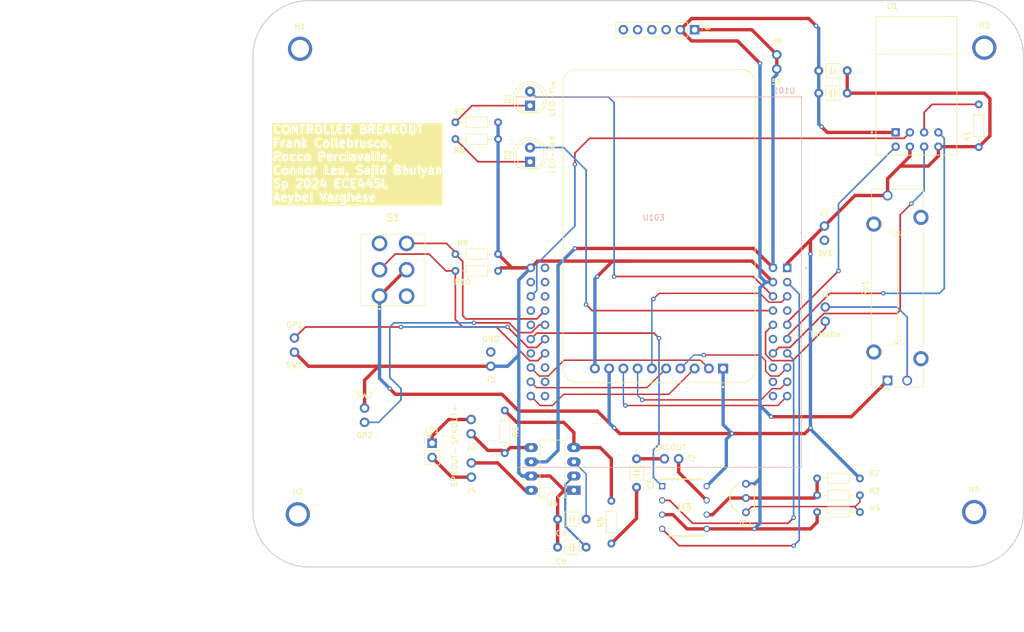
<source format=kicad_pcb>
(kicad_pcb (version 20240108) (generator "pcbnew") (generator_version "8.0")
  (title_block (title "ECE 445L Baseline Project") (date "2023-12-11") (rev "v1.0.0") (company "The University of Texas at Austin"))
  (layers (0 "F.Cu" signal) (31 "B.Cu" signal) (34 "B.Paste" user) (35 "F.Paste" user) (36 "B.SilkS" user "B.Silkscreen") (37 "F.SilkS" user "F.Silkscreen") (38 "B.Mask" user) (39 "F.Mask" user) (44 "Edge.Cuts" user))
  (net 0 "")
  (net 1 "GND")
  (net 2 "+3V3")
  (net 3 "Net-(U4-FC1)")
  (net 4 "Net-(C5-Pad2)")
  (net 5 "Net-(J2-B)")
  (net 6 "Net-(U4-FC2)")
  (net 7 "PD0")
  (net 8 "Net-(D1-K)")
  (net 9 "Net-(D2-K)")
  (net 10 "/SDC_CS")
  (net 11 "/WIFI_TXD")
  (net 12 "/WIFI_RXD")
  (net 13 "PD1")
  (net 14 "/TFT_MOSI")
  (net 15 "/TFT_D{slash}C")
  (net 16 "/TFT_RST")
  (net 18 "/WIFI_IO2")
  (net 22 "/TFT_MISO")
  (net 23 "/TFT_CS")
  (net 24 "/TFT_SCK")
  (net 25 "Net-(IC1-Pad1)")
  (net 26 "Net-(J1-A)")
  (net 27 "PD2")
  (net 29 "/~{WIFI_RST}")
  (net 38 "Net-(J3-A)")
  (net 39 "Net-(J3-B)")
  (net 40 "Net-(J4-A)")
  (net 41 "Net-(J4-B)")
  (net 42 "D+")
  (net 43 "+5V")
  (net 44 "D-")
  (net 45 "CC2")
  (net 46 "CC1")
  (net 47 "Net-(U1-IO0)")
  (net 48 "Net-(U4-VIN)")
  (net 49 "/SW_GP1")
  (net 50 "/SW_GP2")
  (net 51 "PB5")
  (net 52 "PB7")
  (net 53 "PB4")
  (net 54 "/PB1")
  (net 56 "DACREF")
  (net 57 "DACOUT")
  (net 64 "USHIFT")
  (net 65 "DSHIFT")
  (footprint "ECE445L:C_Axial_200mil" (layer "F.Cu") (at 133.55625 37.31 180)
    (property "Reference" "C1" (hide yes))
    (property "Value" "100nF")
  )
  (footprint "footprints:MountingHole_4_40" (layer "F.Cu") (at 158 33.2)
    (property "Reference" "H3")
    (property "Value" "~")
  )
  (footprint "footprints:ai_thinker_ESP8266_01" (layer "F.Cu") (at 146 40)
    (property "Reference" "U1")
    (property "Value" "ESP8266-01/ESP-01")
  )
  (footprint "footprints:Testpoint_1x02_P2.54mm" (layer "F.Cu") (at 66.5 102.04 180)
    (property "Reference" "J3")
    (property "Value" "SPKOUT+")
  )
  (footprint "footprints:MountingHole_4_40" (layer "F.Cu") (at 36 33.4)
    (property "Reference" "H1")
    (property "Value" "~")
  )
  (footprint "footprints:MountingHole_4_40" (layer "F.Cu") (at 156.2 116)
    (property "Reference" "H4")
    (property "Value" "~")
  )
  (footprint "ECE445L:R_Axial_DIN0204_L3.6mm_D1.6mm_P7.62mm_Horizontal" (layer "F.Cu") (at 128.19 113)
    (property "Reference" "R3")
    (property "Value" "68k")
  )
  (footprint "footprints:PTA2043pot" (layer "F.Cu") (at 140.75 92.5576 90)
    (property "Reference" "RV1")
    (property "Value" "PTA2043")
  )
  (footprint "ECE445L:R_Axial_DIN0204_L3.6mm_D1.6mm_P7.62mm_Horizontal" (layer "F.Cu") (at 157 50.93 90)
    (property "Reference" "R1")
    (property "Value" "10k")
  )
  (footprint "footprints:ti_LM4041CILPR" (layer "F.Cu") (at 115.5 113.5 90)
    (property "Reference" "IC1")
    (property "Value" "LM4041CILPR")
  )
  (footprint "footprints:Testpoint_1x02_P2.54mm" (layer "F.Cu") (at 103.5 106.5 -90)
    (property "Reference" "J2")
    (property "Value" "DACOUT")
  )
  (footprint "ECE445L:C_Axial_200mil" (layer "F.Cu") (at 96 106.5 -90)
    (property "Reference" "C5")
    (property "Value" "0.1uF")
  )
  (footprint "footprints:Testpoint_1x02_P2.54mm" (layer "F.Cu") (at 70 90 180)
    (property "Reference" "J5")
    (property "Value" "GND")
  )
  (footprint "ECE445L:R_Axial_DIN0204_L3.6mm_D1.6mm_P7.62mm_Horizontal" (layer "F.Cu") (at 135.81 116 180)
    (property "Reference" "R4")
    (property "Value" "15k")
  )
  (footprint "footprints:Testpoint_1x02_P2.54mm" (layer "F.Cu") (at 35 87.5 180)
    (property "Reference" "SW1")
    (property "Value" "GP1")
  )
  (footprint "footprints:Testpoint_1x02_P2.54mm" (layer "F.Cu") (at 129.5 65)
    (property "Reference" "J7")
    (property "Value" "3V3")
  )
  (footprint "ECE445L:C_Axial_200mil" (layer "F.Cu") (at 87 122.2575 180)
    (property "Reference" "C6")
    (property "Value" "4.7uF")
  )
  (footprint "Connector_PinHeader_2.54mm:PinHeader_1x02_P2.54mm_Vertical" (layer "F.Cu") (at 59.545 103.725)
    (property "Reference" "LS1")
    (property "Value" "Speaker")
  )
  (footprint "ECE445L:C_Axial_200mil" (layer "F.Cu") (at 87 117.2575 180)
    (property "Reference" "C4")
    (property "Value" "1uF")
  )
  (footprint "ECE445L:R_Axial_DIN0204_L3.6mm_D1.6mm_P7.62mm_Horizontal" (layer "F.Cu") (at 63.69 70)
    (property "Reference" "R9")
    (property "Value" "10k")
  )
  (footprint "Connector_PinHeader_2.54mm:PinHeader_1x06_P2.54mm_Vertical" (layer "F.Cu") (at 106.35 30 -90)
    (property "Reference" "J6")
    (property "Value" "USB-C header")
  )
  (footprint "ECE445L:R_Axial_DIN0204_L3.6mm_D1.6mm_P7.62mm_Horizontal" (layer "F.Cu") (at 135.81 110 180)
    (property "Reference" "R2")
    (property "Value" "10k")
  )
  (footprint "footprints:Testpoint_1x02_P2.54mm" (layer "F.Cu") (at 66.545 109.775 180)
    (property "Reference" "J4")
    (property "Value" "SPKOUT-")
  )
  (footprint "footprints:ti_TLV5616" (layer "F.Cu") (at 104.53 115.19)
    (property "Reference" "U3")
    (property "Value" "TLV5616IP" (hide yes))
  )
  (footprint "ECE445L:R_Axial_DIN0204_L3.6mm_D1.6mm_P7.62mm_Horizontal" (layer "F.Cu") (at 91.5 121.62 90)
    (property "Reference" "R5")
    (property "Value" "20k")
  )
  (footprint "Package_DIP:DIP-8_W7.62mm_LongPads" (layer "F.Cu") (at 84.825 112.12 180)
    (property "Reference" "U4")
    (property "Value" "MCP34119P")
  )
  (footprint "footprints:Testpoint_1x02_P2.54mm" (layer "F.Cu") (at 121 34.46)
    (property "Reference" "J8")
    (property "Value" "5V")
  )
  (footprint "ECE445L:R_Axial_DIN0204_L3.6mm_D1.6mm_P7.62mm_Horizontal" (layer "F.Cu") (at 72.5 97.88 -90)
    (property "Reference" "R6")
    (property "Value" "100k")
  )
  (footprint "footprints:LED_D5.0mm" (layer "F.Cu") (at 77 43.54 90)
    (property "Reference" "D1")
    (property "Value" "LED-Ylw")
  )
  (footprint "footprints:Testpoint_1x02_P2.54mm" (layer "F.Cu") (at 129.6416 79.4462)
    (property "Reference" "J1")
    (property "Value" "Throttle")
  )
  (footprint "footprints:adafruit_st7735r" (layer "F.Cu") (at 100 65 90)
    (property "Reference" "U103")
    (property "Value" "Adafruit ST7735R")
  )
  (footprint "footprints:Testpoint_1x02_P2.54mm" (layer "F.Cu") (at 47.5 97.46)
    (property "Reference" "SW2")
    (property "Value" "GP2")
  )
  (footprint "footprints:MountingHole_4_40" (layer "F.Cu") (at 35.6 116.4)
    (property "Reference" "H2")
    (property "Value" "~")
  )
  (footprint "footprints:LED_D5.0mm" (layer "F.Cu") (at 77 53.54 90)
    (property "Reference" "D2")
    (property "Value" "LED-Red")
  )
  (footprint "Shifter:7205P3Y9CQE" (layer "F.Cu") (at 50.17 77.5)
    (property "Reference" "S1")
    (property "Value" "7205P3Y9CQE" (hide yes))
  )
  (footprint "ECE445L:R_Axial_DIN0204_L3.6mm_D1.6mm_P7.62mm_Horizontal" (layer "F.Cu") (at 71.31 49.5 180)
    (property "Reference" "R8")
    (property "Value" "470")
  )
  (footprint "ECE445L:R_Axial_DIN0204_L3.6mm_D1.6mm_P7.62mm_Horizontal" (layer "F.Cu") (at 63.69 73)
    (property "Reference" "R10")
    (property "Value" "10k")
  )
  (footprint "ECE445L:R_Axial_DIN0204_L3.6mm_D1.6mm_P7.62mm_Horizontal" (layer "F.Cu") (at 71.31 46.5 180)
    (property "Reference" "R7")
    (property "Value" "470")
  )
  (footprint "ECE445L:C_Axial_200mil" (layer "F.Cu") (at 133.55625 41.31 180)
    (property "Reference" "C2" (hide yes))
    (property "Value" "4.7uF")
  )
  (footprint "footprints:ti_EKTM4C123GXL" (layer "B.Cu") (at 100 75 180)
    (property "Reference" "U101")
    (property "Value" "EK-TM4C123GXL")
  )
  (gr_line (start 27.6 115.8) (end 27.6 34.8) (stroke (width 0.2)) (layer "Edge.Cuts"))
  (gr_arc (start 155 24.8) (mid 162.071068 27.728932) (end 165 34.8) (stroke (width 0.2)) (layer "Edge.Cuts"))
  (gr_arc (start 27.6 34.8) (mid 30.528932 27.728932) (end 37.6 24.8) (stroke (width 0.2)) (layer "Edge.Cuts"))
  (gr_line (start 155 125.8) (end 37.6 125.8) (stroke (width 0.2)) (layer "Edge.Cuts"))
  (gr_line (start 37.6 24.8) (end 155 24.8) (stroke (width 0.2)) (layer "Edge.Cuts"))
  (gr_line (start 165 34.8) (end 165 115.8) (stroke (width 0.2)) (layer "Edge.Cuts"))
  (gr_arc (start 165 115.8) (mid 162.071068 122.871068) (end 155 125.8) (stroke (width 0.2)) (layer "Edge.Cuts"))
  (gr_arc (start 37.6 125.8) (mid 30.528932 122.871068) (end 27.6 115.8) (stroke (width 0.2)) (layer "Edge.Cuts"))
  (gr_text "CONTROLLER BREAKOUT\nFrank Collebrusco, \nRocco Perciavalle,\nConnor Leu, Sajid Bhuiyan\nSp 2024 ECE445L\nAeybel Varghese" (at 31 60.75 0) (layer "F.SilkS" knockout) (effects (font (size 1.5 1.5) (thickness 0.3) (bold yes)) (justify left bottom)))
  (segment (start 91.75 71.25) (end 89 74) (width 0.6) (layer "F.Cu") (net 1))
  (segment (start 117 119) (end 127 119) (width 0.6) (layer "F.Cu") (net 1))
  (segment (start 114 32) (end 115 33) (width 0.6) (layer "F.Cu") (net 1))
  (segment (start 80.58 109.58) (end 83.12 112.12) (width 0.6) (layer "F.Cu") (net 1))
  (segment (start 81.92 117.2575) (end 81.92 122.2575) (width 0.6) (layer "F.Cu") (net 1))
  (segment (start 105 119) (end 102.46 116.46) (width 0.6) (layer "F.Cu") (net 1))
  (segment (start 50 90) (end 37.5 90) (width 0.6) (layer "F.Cu") (net 1))
  (segment (start 108.5 119) (end 105 119) (width 0.6) (layer "F.Cu") (net 1))
  (segment (start 71.85 72.46) (end 71.31 73) (width 0.6) (layer "F.Cu") (net 1))
  (segment (start 77.14 72.46) (end 73.77 72.46) (width 0.6) (layer "F.Cu") (net 1))
  (segment (start 83.12 112.12) (end 84.825 112.12) (width 0.6) (layer "F.Cu") (net 1))
  (segment (start 127 119) (end 128.19 117.81) (width 0.6) (layer "F.Cu") (net 1))
  (segment (start 77.14 72.46) (end 78.35 71.25) (width 0.6) (layer "F.Cu") (net 1))
  (segment (start 116.57 71.25) (end 120.32 75) (width 0.6) (layer "F.Cu") (net 1))
  (segment (start 95 71.25) (end 116.57 71.25) (width 0.6) (layer "F.Cu") (net 1))
  (segment (start 105.81 28) (end 126.69 28) (width 0.6) (layer "F.Cu") (net 1))
  (segment (start 126.69 28) (end 128 29.31) (width 0.6) (layer "F.Cu") (net 1))
  (segment (start 102.46 116.46) (end 100.56 116.46) (width 0.6) (layer "F.Cu") (net 1))
  (segment (start 77.205 109.58) (end 80.58 109.58) (width 0.6) (layer "F.Cu") (net 1))
  (segment (start 129 47.31) (end 130 48.31) (width 0.6) (layer "F.Cu") (net 1))
  (segment (start 130 48.31) (end 142.19 48.31) (width 0.6) (layer "F.Cu") (net 1))
  (segment (start 70 90) (end 50 90) (width 0.6) (layer "F.Cu") (net 1))
  (segment (start 47.5 92.5) (end 47.5 97.46) (width 0.6) (layer "F.Cu") (net 1))
  (segment (start 77.14 72.46) (end 71.85 72.46) (width 0.6) (layer "F.Cu") (net 1))
  (segment (start 120 99) (end 134.3076 99) (width 0.6) (layer "F.Cu") (net 1))
  (segment (start 103.81 30) (end 105.81 32) (width 0.6) (layer "F.Cu") (net 1))
  (segment (start 37.5 90) (end 35 87.5) (width 0.6) (layer "F.Cu") (net 1))
  (segment (start 50 90) (end 47.5 92.5) (width 0.6) (layer "F.Cu") (net 1))
  (segment (start 95 71.25) (end 91.75 71.25) (width 0.6) (layer "F.Cu") (net 1))
  (segment (start 117 119) (end 108.5 119) (width 0.6) (layer "F.Cu") (net 1))
  (segment (start 115 33) (end 118 36) (width 0.6) (layer "F.Cu") (net 1))
  (segment (start 81.92 113.32) (end 83.12 112.12) (width 0.6) (layer "F.Cu") (net 1))
  (segment (start 105.81 32) (end 114 32) (width 0.6) (layer "F.Cu") (net 1))
  (segment (start 103.81 30) (end 105.81 28) (width 0.6) (layer "F.Cu") (net 1))
  (segment (start 81.92 117.2575) (end 81.92 113.32) (width 0.6) (layer "F.Cu") (net 1))
  (segment (start 134.3076 99) (end 140.75 92.5576) (width 0.6) (layer "F.Cu") (net 1))
  (segment (start 128.19 117.81) (end 128.19 116) (width 0.6) (layer "F.Cu") (net 1))
  (segment (start 78.35 71.25) (end 95 71.25) (width 0.6) (layer "F.Cu") (net 1))
  (segment (start 73.77 72.46) (end 71.31 70) (width 0.6) (layer "F.Cu") (net 1))
  (via (at 117 119) (size 0.8) (drill 0.4) (layers "F.Cu" "B.Cu") (net 1))
  (via (at 129 47.31) (size 0.8) (drill 0.4) (layers "F.Cu" "B.Cu") (net 1))
  (via (at 89 74) (size 0.8) (drill 0.4) (layers "F.Cu" "B.Cu") (net 1))
  (via (at 120 99) (size 0.8) (drill 0.4) (layers "F.Cu" "B.Cu") (net 1))
  (via (at 128 29.31) (size 0.8) (drill 0.4) (layers "F.Cu" "B.Cu") (net 1))
  (via (at 118 36) (size 0.8) (drill 0.4) (layers "F.Cu" "B.Cu") (net 1))
  (segment (start 75 88) (end 75 109) (width 0.6) (layer "B.Cu") (net 1))
  (segment (start 77.14 72.46) (end 75 74.6) (width 0.6) (layer "B.Cu") (net 1))
  (segment (start 73 90) (end 70 90) (width 0.6) (layer "B.Cu") (net 1))
  (segment (start 118 118) (end 117 119) (width 0.6) (layer "B.Cu") (net 1))
  (segment (start 89 74) (end 88.57 74.43) (width 0.6) (layer "B.Cu") (net 1))
  (segment (start 88.57 74.43) (end 88.57 90.4) (width 0.6) (layer "B.Cu") (net 1))
  (segment (start 118 110) (end 117 111) (width 0.6) (layer "B.Cu") (net 1))
  (segment (start 128.47625 29.78625) (end 128.47625 37.31) (width 0.6) (layer "B.Cu") (net 1))
  (segment (start 118 76) (end 118 97) (width 0.6) (layer "B.Cu") (net 1))
  (segment (start 118 110) (end 118 118) (width 0.6) (layer "B.Cu") (net 1))
  (segment (start 119 75) (end 120.32 75) (width 0.6) (layer "B.Cu") (net 1))
  (segment (start 118 97) (end 118 110) (width 0.6) (layer "B.Cu") (net 1))
  (segment (start 75.58 109.58) (end 77.205 109.58) (width 0.6) (layer "B.Cu") (net 1))
  (segment (start 118 74) (end 119 75) (width 0.6) (layer "B.Cu") (net 1))
  (segment (start 118 36) (end 118 74) (width 0.6) (layer "B.Cu") (net 1))
  (segment (start 128.47625 46.78625) (end 129 47.31) (width 0.6) (layer "B.Cu") (net 1))
  (segment (start 128.47625 37.31) (end 128.47625 41.31) (width 0.6) (layer "B.Cu") (net 1))
  (segment (start 75 88) (end 73 90) (width 0.6) (layer "B.Cu") (net 1))
  (segment (start 116.96 110.96) (end 115.5 110.96) (width 0.6) (layer "B.Cu") (net 1))
  (segment (start 119 75) (end 118 76) (width 0.6) (layer "B.Cu") (net 1))
  (segment (start 117 111) (end 116.96 110.96) (width 0.6) (layer "B.Cu") (net 1))
  (segment (start 71.31 70) (end 71.31 49.5) (width 0.6) (layer "B.Cu") (net 1))
  (segment (start 128 29.31) (end 128.47625 29.78625) (width 0.6) (layer "B.Cu") (net 1))
  (segment (start 75 109) (end 75.58 109.58) (width 0.6) (layer "B.Cu") (net 1))
  (segment (start 71.31 49.5) (end 71.31 46.5) (width 0.6) (layer "B.Cu") (net 1))
  (segment (start 75 74.6) (end 75 88) (width 0.6) (layer "B.Cu") (net 1))
  (segment (start 128.47625 41.31) (end 128.47625 46.78625) (width 0.6) (layer "B.Cu") (net 1))
  (segment (start 118 97) (end 120 99) (width 0.6) (layer "B.Cu") (net 1))
  (segment (start 134.9424 59.5576) (end 140.75 59.5576) (width 0.6) (layer "F.Cu") (net 2))
  (segment (start 140.75 56.56) (end 143 54.31) (width 0.6) (layer "F.Cu") (net 2))
  (segment (start 126 102) (end 114 102) (width 0.6) (layer "F.Cu") (net 2))
  (segment (start 114 102) (end 93 102) (width 0.6) (layer "F.Cu") (net 2))
  (segment (start 144.73 52.58) (end 144.73 50.85) (width 0.6) (layer "F.Cu") (net 2))
  (segment (start 93 102) (end 92 101) (width 0.6) (layer "F.Cu") (net 2))
  (segment (start 72 95) (end 53 95) (width 0.6) (layer "F.Cu") (net 2))
  (segment (start 122.86 72.46) (end 122.86 71.64) (width 0.6) (layer "F.Cu") (net 2))
  (segment (start 122.86 71.64) (end 127.75 66.75) (width 0.6) (layer "F.Cu") (net 2))
  (segment (start 156.92 50.85) (end 157 50.93) (width 0.6) (layer "F.Cu") (net 2))
  (segment (start 133.55625 41.31) (end 133.55625 37.31) (width 0.6) (layer "F.Cu") (net 2))
  (segment (start 159 48.93) (end 159 42.31) (width 0.6) (layer "F.Cu") (net 2))
  (segment (start 127.75 66.75) (end 129.5 65) (width 0.6) (layer "F.Cu") (net 2))
  (segment (start 75 98) (end 72 95) (width 0.6) (layer "F.Cu") (net 2))
  (segment (start 53 95) (end 52 94) (width 0.6) (layer "F.Cu") (net 2))
  (segment (start 148 54.31) (end 149.81 52.5) (width 0.6) (layer "F.Cu") (net 2))
  (segment (start 127.75 66.75) (end 127 67.5) (width 0.6) (layer "F.Cu") (net 2))
  (segment (start 159 42.31) (end 158 41.31) (width 0.6) (layer "F.Cu") (net 2))
  (segment (start 143 54.31) (end 148 54.31) (width 0.6) (layer "F.Cu") (net 2))
  (segment (start 157 50.93) (end 159 48.93) (width 0.6) (layer "F.Cu") (net 2))
  (segment (start 93 102) (end 89 98) (width 0.6) (layer "F.Cu") (net 2))
  (segment (start 114 102) (end 113 102) (width 0.6) (layer "F.Cu") (net 2))
  (segment (start 149.81 50.85) (end 156.92 50.85) (width 0.6) (layer "F.Cu") (net 2))
  (segment (start 127 101) (end 126 102) (width 0.6) (layer "F.Cu") (net 2))
  (segment (start 129.5 65) (end 134.9424 59.5576) (width 0.6) (layer "F.Cu") (net 2))
  (segment (start 158 41.31) (end 133.55625 41.31) (width 0.6) (layer "F.Cu") (net 2))
  (segment (start 89 98) (end 75 98) (width 0.6) (layer "F.Cu") (net 2))
  (segment (start 140.75 59.5576) (end 140.75 56.56) (width 0.6) (layer "F.Cu") (net 2))
  (segment (start 143 54.31) (end 144.73 52.58) (width 0.6) (layer "F.Cu") (net 2))
  (segment (start 127 67.5) (end 127 70) (width 0.6) (layer "F.Cu") (net 2))
  (segment (start 54.87 72.8) (end 55 72.8) (width 0.6) (layer "F.Cu") (net 2))
  (segment (start 50.17 77.5) (end 54.87 72.8) (width 0.6) (layer "F.Cu") (net 2))
  (segment (start 149.81 52.5) (end 149.81 50.85) (width 0.6) (layer "F.Cu") (net 2))
  (via (at 92 101) (size 0.8) (drill 0.4) (layers "F.Cu" "B.Cu") (net 2))
  (via (at 113 102) (size 0.8) (drill 0.4) (layers "F.Cu" "B.Cu") (net 2))
  (via (at 127 101) (size 0.8) (drill 0.4) (layers "F.Cu" "B.Cu") (net 2))
  (via (at 52 94) (size 0.8) (drill 0.4) (layers "F.Cu" "B.Cu") (net 2))
  (via (at 127 70) (size 0.8) (drill 0.4) (layers "F.Cu" "B.Cu") (net 2))
  (segment (start 113 102) (end 111.43 100.43) (width 0.6) (layer "B.Cu") (net 2))
  (segment (start 112 107.88) (end 108.5 111.38) (width 0.6) (layer "B.Cu") (net 2))
  (segment (start 127 101.19) (end 135.81 110) (width 0.6) (layer "B.Cu") (net 2))
  (segment (start 113 102) (end 112 103) (width 0.6) (layer "B.Cu") (net 2))
  (segment (start 111.43 100.43) (end 111.43 90.4) (width 0.6) (layer "B.Cu") (net 2))
  (segment (start 112 103) (end 112 107.88) (width 0.6) (layer "B.Cu") (net 2))
  (segment (start 92 101) (end 91.11 100.11) (width 0.6) (layer "B.Cu") (net 2))
  (segment (start 50.17 92.17) (end 50.17 77.5) (width 0.6) (layer "B.Cu") (net 2))
  (segment (start 91.11 100.11) (end 91.11 90.4) (width 0.6) (layer "B.Cu") (net 2))
  (segment (start 127 96) (end 127 101) (width 0.6) (layer "B.Cu") (net 2))
  (segment (start 127 70) (end 127 96) (width 0.6) (layer "B.Cu") (net 2))
  (segment (start 127 101) (end 127 101.19) (width 0.6) (layer "B.Cu") (net 2))
  (segment (start 52 94) (end 50.17 92.17) (width 0.6) (layer "B.Cu") (net 2))
  (segment (start 87 117.2575) (end 87 109.215) (width 0.25) (layer "B.Cu") (net 3))
  (segment (start 87 109.215) (end 84.825 107.04) (width 0.25) (layer "B.Cu") (net 3))
  (segment (start 96 111.58) (end 96 117.12) (width 0.6) (layer "F.Cu") (net 4))
  (segment (start 96 117.12) (end 91.5 121.62) (width 0.6) (layer "F.Cu") (net 4))
  (segment (start 100.96 106.5) (end 96 106.5) (width 0.6) (layer "F.Cu") (net 5))
  (segment (start 83.275 111.13) (end 83.275 118.5325) (width 0.4) (layer "B.Cu") (net 6))
  (segment (start 83.275 118.5325) (end 87 122.2575) (width 0.4) (layer "B.Cu") (net 6))
  (segment (start 84.825 109.58) (end 83.275 111.13) (width 0.4) (layer "B.Cu") (net 6))
  (segment (start 120.32 77.54) (end 116.78 74) (width 0.3) (layer "F.Cu") (net 7))
  (segment (start 116.78 74) (end 92 74) (width 0.3) (layer "F.Cu") (net 7))
  (via (at 92 74) (size 0.8) (drill 0.4) (layers "F.Cu" "B.Cu") (net 7))
  (segment (start 91 42) (end 78 42) (width 0.3) (layer "B.Cu") (net 7))
  (segment (start 92 74) (end 92 43) (width 0.3) (layer "B.Cu") (net 7))
  (segment (start 78 42) (end 77 41) (width 0.3) (layer "B.Cu") (net 7))
  (segment (start 92 43) (end 91 42) (width 0.3) (layer "B.Cu") (net 7))
  (segment (start 77 43.54) (end 66.65 43.54) (width 0.3) (layer "F.Cu") (net 8))
  (segment (start 66.65 43.54) (end 63.69 46.5) (width 0.3) (layer "F.Cu") (net 8))
  (segment (start 77 53.54) (end 67.73 53.54) (width 0.3) (layer "F.Cu") (net 9))
  (segment (start 67.73 53.54) (end 63.69 49.5) (width 0.3) (layer "F.Cu") (net 9))
  (segment (start 118 77) (end 119.575 78.575) (width 0.25) (layer "F.Cu") (net 10))
  (segment (start 121.825 78.575) (end 122.86 77.54) (width 0.25) (layer "F.Cu") (net 10))
  (segment (start 99 78) (end 100 77) (width 0.25) (layer "F.Cu") (net 10))
  (segment (start 119.575 78.575) (end 121.825 78.575) (width 0.25) (layer "F.Cu") (net 10))
  (segment (start 100 77) (end 118 77) (width 0.25) (layer "F.Cu") (net 10))
  (via (at 99 78) (size 0.8) (drill 0.4) (layers "F.Cu" "B.Cu") (net 10))
  (segment (start 98.73 90.4) (end 98.73 78.27) (width 0.25) (layer "B.Cu") (net 10))
  (segment (start 98.73 78.27) (end 99 78) (width 0.25) (layer "B.Cu") (net 10))
  (segment (start 122.86 82.14) (end 122.86 82.62) (width 0.3) (layer "F.Cu") (net 11))
  (segment (start 132 73) (end 122.86 82.14) (width 0.3) (layer "F.Cu") (net 11))
  (via (at 132 73) (size 0.8) (drill 0.4) (layers "F.Cu" "B.Cu") (net 11))
  (segment (start 142.19 50.85) (end 132 61.04) (width 0.3) (layer "B.Cu") (net 11))
  (segment (start 132 61.04) (end 132 73) (width 0.3) (layer "B.Cu") (net 11))
  (segment (start 140 77) (end 130.461454 77) (width 0.3) (layer "F.Cu") (net 12))
  (segment (start 122.86 84.601454) (end 122.86 85.16) (width 0.3) (layer "F.Cu") (net 12))
  (segment (start 130.461454 77) (end 122.86 84.601454) (width 0.3) (layer "F.Cu") (net 12))
  (via (at 140 77) (size 0.8) (drill 0.4) (layers "F.Cu" "B.Cu") (net 12))
  (segment (start 150 77) (end 140 77) (width 0.3) (layer "B.Cu") (net 12))
  (segment (start 150.86 49.36) (end 150.86 76.14) (width 0.3) (layer "B.Cu") (net 12))
  (segment (start 149.81 48.31) (end 150.86 49.36) (width 0.3) (layer "B.Cu") (net 12))
  (segment (start 150.86 76.14) (end 150 77) (width 0.3) (layer "B.Cu") (net 12))
  (segment (start 120.32 80.08) (end 88.08 80.08) (width 0.3) (layer "F.Cu") (net 13))
  (segment (start 88.08 80.08) (end 87 79) (width 0.3) (layer "F.Cu") (net 13))
  (via (at 87 79) (size 0.8) (drill 0.4) (layers "F.Cu" "B.Cu") (net 13))
  (segment (start 87 55.01005) (end 82.98995 51) (width 0.3) (layer "B.Cu") (net 13))
  (segment (start 87 79) (end 87 55.01005) (width 0.3) (layer "B.Cu") (net 13))
  (segment (start 82.98995 51) (end 77 51) (width 0.3) (layer "B.Cu") (net 13))
  (segment (start 119 89) (end 119 90.853712) (width 0.25) (layer "F.Cu") (net 14))
  (segment (start 121.355 91.745) (end 122.86 90.24) (width 0.25) (layer "F.Cu") (net 14))
  (segment (start 108 88) (end 118 88) (width 0.25) (layer "F.Cu") (net 14))
  (segment (start 118 88) (end 119 89) (width 0.25) (layer "F.Cu") (net 14))
  (segment (start 119.891288 91.745) (end 121.355 91.745) (width 0.25) (layer "F.Cu") (net 14))
  (segment (start 119 90.853712) (end 119.891288 91.745) (width 0.25) (layer "F.Cu") (net 14))
  (via (at 108 88) (size 0.8) (drill 0.4) (layers "F.Cu" "B.Cu") (net 14))
  (segment (start 103.81 90.4) (end 106.21 88) (width 0.25) (layer "B.Cu") (net 14))
  (segment (start 106.21 88) (end 108 88) (width 0.25) (layer "B.Cu") (net 14))
  (segment (start 120.176288 94) (end 121.64 94) (width 0.25) (layer "F.Cu") (net 15))
  (segment (start 121.64 94) (end 122.86 92.78) (width 0.25) (layer "F.Cu") (net 15))
  (segment (start 97 96) (end 118.176288 96) (width 0.25) (layer "F.Cu") (net 15))
  (segment (start 118.176288 96) (end 120.176288 94) (width 0.25) (layer "F.Cu") (net 15))
  (via (at 97 96) (size 0.8) (drill 0.4) (layers "F.Cu" "B.Cu") (net 15))
  (segment (start 96.19 90.4) (end 96.19 95.19) (width 0.25) (layer "B.Cu") (net 15))
  (segment (start 96.19 95.19) (end 97 96) (width 0.25) (layer "B.Cu") (net 15))
  (segment (start 121.18 97) (end 122.86 95.32) (width 0.25) (layer "F.Cu") (net 16))
  (segment (start 94 97) (end 121.18 97) (width 0.25) (layer "F.Cu") (net 16))
  (via (at 94 97) (size 0.8) (drill 0.4) (layers "F.Cu" "B.Cu") (net 16))
  (segment (start 93.65 90.4) (end 93.65 96.65) (width 0.25) (layer "B.Cu") (net 16))
  (segment (start 93.65 96.65) (end 94 97) (width 0.25) (layer "B.Cu") (net 16))
  (segment (start 143.68 49.36) (end 144.73 48.31) (width 0.3) (layer "F.Cu") (net 18))
  (segment (start 85 54) (end 85 52) (width 0.3) (layer "F.Cu") (net 18))
  (segment (start 85 52) (end 87.64 49.36) (width 0.3) (layer "F.Cu") (net 18))
  (segment (start 87.64 49.36) (end 143.68 49.36) (width 0.3) (layer "F.Cu") (net 18))
  (via (at 85 54) (size 0.8) (drill 0.4) (layers "F.Cu" "B.Cu") (net 18))
  (segment (start 78.2 76.48) (end 78.2 71.8) (width 0.3) (layer "B.Cu") (net 18))
  (segment (start 77.14 77.54) (end 78.2 76.48) (width 0.3) (layer "B.Cu") (net 18))
  (segment (start 78.2 71.8) (end 85 65) (width 0.3) (layer "B.Cu") (net 18))
  (segment (start 85 64) (end 85 54) (width 0.3) (layer "B.Cu") (net 18))
  (segment (start 85 65) (end 85 64) (width 0.3) (layer "B.Cu") (net 18))
  (segment (start 83.079 88.921) (end 80.255 91.745) (width 0.25) (layer "F.Cu") (net 22))
  (segment (start 107.411 88.921) (end 83.079 88.921) (width 0.25) (layer "F.Cu") (net 22))
  (segment (start 78.645 91.745) (end 77.14 90.24) (width 0.25) (layer "F.Cu") (net 22))
  (segment (start 108.89 90.4) (end 107.411 88.921) (width 0.25) (layer "F.Cu") (net 22))
  (segment (start 80.255 91.745) (end 78.645 91.745) (width 0.25) (layer "F.Cu") (net 22))
  (segment (start 78.175 93.815) (end 77.14 92.78) (width 0.25) (layer "F.Cu") (net 23))
  (segment (start 101.27 90.4) (end 97.855 93.815) (width 0.25) (layer "F.Cu") (net 23))
  (segment (start 97.855 93.815) (end 78.175 93.815) (width 0.25) (layer "F.Cu") (net 23))
  (segment (start 101.75 95) (end 83 95) (width 0.25) (layer "F.Cu") (net 24))
  (segment (start 78.82 97) (end 77.14 95.32) (width 0.25) (layer "F.Cu") (net 24))
  (segment (start 106.35 90.4) (end 101.75 95) (width 0.25) (layer "F.Cu") (net 24))
  (segment (start 83 95) (end 81 97) (width 0.25) (layer "F.Cu") (net 24))
  (segment (start 81 97) (end 78.82 97) (width 0.25) (layer "F.Cu") (net 24))
  (segment (start 134.905 115.095) (end 135.81 114.19) (width 0.25) (layer "F.Cu") (net 25))
  (segment (start 116.515 115.025) (end 134.835 115.025) (width 0.25) (layer "F.Cu") (net 25))
  (segment (start 115.5 116.04) (end 116.515 115.025) (width 0.25) (layer "F.Cu") (net 25))
  (segment (start 134.905 115.095) (end 135.81 116) (width 0.25) (layer "F.Cu") (net 25))
  (segment (start 134.835 115.025) (end 134.905 115.095) (width 0.25) (layer "F.Cu") (net 25))
  (segment (start 135.81 114.19) (end 135.81 113) (width 0.25) (layer "F.Cu") (net 25))
  (segment (start 144.25 81.25) (end 142.4462 79.4462) (width 0.3) (layer "B.Cu") (net 26))
  (segment (start 144.25 92.5576) (end 144.25 81.25) (width 0.3) (layer "B.Cu") (net 26))
  (segment (start 142.4462 79.4462) (end 129.6416 79.4462) (width 0.3) (layer "B.Cu") (net 26))
  (segment (start 119 83.94) (end 120.32 82.62) (width 0.3) (layer "F.Cu") (net 27))
  (segment (start 119 87.879067) (end 119 83.94) (width 0.3) (layer "F.Cu") (net 27))
  (segment (start 123.829881 89) (end 120.120933 89) (width 0.3) (layer "F.Cu") (net 27))
  (segment (start 129.6416 81.9862) (end 129.6416 83.188281) (width 0.3) (layer "F.Cu") (net 27))
  (segment (start 129.6416 83.188281) (end 123.829881 89) (width 0.3) (layer "F.Cu") (net 27))
  (segment (start 120.120933 89) (end 119 87.879067) (width 0.3) (layer "F.Cu") (net 27))
  (segment (start 143 63) (end 145 61) (width 0.3) (layer "F.Cu") (net 29))
  (segment (start 123.36 86.64) (end 129.4038 80.5962) (width 0.3) (layer "F.Cu") (net 29))
  (segment (start 129.4038 80.5962) (end 142.4038 80.5962) (width 0.3) (layer "F.Cu") (net 29))
  (segment (start 142.4038 80.5962) (end 143 80) (width 0.3) (layer "F.Cu") (net 29))
  (segment (start 120.32 87.7) (end 121.38 86.64) (width 0.3) (layer "F.Cu") (net 29))
  (segment (start 121.38 86.64) (end 123.36 86.64) (width 0.3) (layer "F.Cu") (net 29))
  (segment (start 143 80) (end 143 63) (width 0.3) (layer "F.Cu") (net 29))
  (via (at 145 61) (size 0.8) (drill 0.4) (layers "F.Cu" "B.Cu") (net 29))
  (segment (start 147.27 58.73) (end 147.27 50.85) (width 0.3) (layer "B.Cu") (net 29))
  (segment (start 145 61) (end 147.27 58.73) (width 0.3) (layer "B.Cu") (net 29))
  (segment (start 69.46 105) (end 66.5 102.04) (width 0.6) (layer "F.Cu") (net 38))
  (segment (start 73.5 104.5) (end 72.5 105.5) (width 0.6) (layer "F.Cu") (net 38))
  (segment (start 77.205 104.5) (end 73.5 104.5) (width 0.6) (layer "F.Cu") (net 38))
  (segment (start 72 105) (end 69.46 105) (width 0.6) (layer "F.Cu") (net 38))
  (segment (start 72.5 105.5) (end 72 105) (width 0.6) (layer "F.Cu") (net 38))
  (segment (start 62.5 99.5) (end 59.545 102.455) (width 0.6) (layer "F.Cu") (net 39))
  (segment (start 66.5 99.5) (end 62.5 99.5) (width 0.6) (layer "F.Cu") (net 39))
  (segment (start 59.545 102.455) (end 59.545 103.725) (width 0.6) (layer "F.Cu") (net 39))
  (segment (start 63.055 109.775) (end 59.545 106.265) (width 0.6) (layer "F.Cu") (net 40))
  (segment (start 66.545 109.775) (end 63.055 109.775) (width 0.6) (layer "F.Cu") (net 40))
  (segment (start 71.235 107.235) (end 66.545 107.235) (width 0.6) (layer "F.Cu") (net 41))
  (segment (start 77.205 112.12) (end 76.12 112.12) (width 0.6) (layer "F.Cu") (net 41))
  (segment (start 76.12 112.12) (end 71.235 107.235) (width 0.6) (layer "F.Cu") (net 41))
  (segment (start 120.7008 72.0792) (end 120.32 72.46) (width 0.6) (layer "F.Cu") (net 43))
  (segment (start 116.54 30) (end 121 34.46) (width 0.6) (layer "F.Cu") (net 43))
  (segment (start 121 34.46) (end 121 37) (width 0.6) (layer "F.Cu") (net 43))
  (segment (start 106.35 30) (end 116.54 30) (width 0.6) (layer "F.Cu") (net 43))
  (segment (start 120.32 72.46) (end 116.86 69) (width 0.6) (layer "F.Cu") (net 43))
  (segment (start 116.86 69) (end 85 69) (width 0.6) (layer "F.Cu") (net 43))
  (via (at 85 69) (size 0.8) (drill 0.4) (layers "F.Cu" "B.Cu") (net 43))
  (segment (start 82 105) (end 79.96 107.04) (width 0.6) (layer "B.Cu") (net 43))
  (segment (start 79.96 107.04) (end 77.205 107.04) (width 0.6) (layer "B.Cu") (net 43))
  (segment (start 85 69) (end 82 72) (width 0.6) (layer "B.Cu") (net 43))
  (segment (start 121 37) (end 121 38) (width 0.6) (layer "B.Cu") (net 43))
  (segment (start 121 38) (end 120.32 38.68) (width 0.6) (layer "B.Cu") (net 43))
  (segment (start 120.32 38.68) (end 120.32 72.46) (width 0.6) (layer "B.Cu") (net 43))
  (segment (start 82 72) (end 82 105) (width 0.6) (layer "B.Cu") (net 43))
  (segment (start 147.27 48.31) (end 147.27 44.73) (width 0.3) (layer "F.Cu") (net 47))
  (segment (start 148.69 43.31) (end 157 43.31) (width 0.3) (layer "F.Cu") (net 47))
  (segment (start 147.27 44.73) (end 148.69 43.31) (width 0.3) (layer "F.Cu") (net 47))
  (segment (start 91.5 106.5) (end 89.5 104.5) (width 0.6) (layer "F.Cu") (net 48))
  (segment (start 74.62 100) (end 72.5 97.88) (width 0.6) (layer "F.Cu") (net 48))
  (segment (start 84.825 104.5) (end 84.825 101.825) (width 0.6) (layer "F.Cu") (net 48))
  (segment (start 84.825 101.825) (end 83 100) (width 0.6) (layer "F.Cu") (net 48))
  (segment (start 83 100) (end 74.62 100) (width 0.6) (layer "F.Cu") (net 48))
  (segment (start 91.5 114) (end 91.5 106.5) (width 0.6) (layer "F.Cu") (net 48))
  (segment (start 89.5 104.5) (end 84.825 104.5) (width 0.6) (layer "F.Cu") (net 48))
  (segment (start 36.96 83) (end 35 84.96) (width 0.3) (layer "F.Cu") (net 49))
  (segment (start 54 83) (end 36.96 83) (width 0.3) (layer "F.Cu") (net 49))
  (segment (start 76.64 86.64) (end 73 83) (width 0.3) (layer "F.Cu") (net 49))
  (segment (start 78.2 86.64) (end 76.64 86.64) (width 0.3) (layer "F.Cu") (net 49))
  (segment (start 79.68 85.16) (end 78.2 86.64) (width 0.3) (layer "F.Cu") (net 49))
  (via (at 73 83) (size 0.8) (drill 0.4) (layers "F.Cu" "B.Cu") (net 49))
  (via (at 54 83) (size 0.8) (drill 0.4) (layers "F.Cu" "B.Cu") (net 49))
  (segment (start 73 83) (end 54 83) (width 0.3) (layer "B.Cu") (net 49))
  (segment (start 74.98995 84) (end 73.24995 82.26) (width 0.3) (layer "F.Cu") (net 50))
  (segment (start 77.259067 84) (end 74.98995 84) (width 0.3) (layer "F.Cu") (net 50))
  (segment (start 73.24995 82.26) (end 67 82.26) (width 0.3) (layer "F.Cu") (net 50))
  (segment (start 78.639067 82.62) (end 77.259067 84) (width 0.3) (layer "F.Cu") (net 50))
  (segment (start 79.68 82.62) (end 78.639067 82.62) (width 0.3) (layer "F.Cu") (net 50))
  (via (at 67 82.26) (size 0.8) (drill 0.4) (layers "F.Cu" "B.Cu") (net 50))
  (segment (start 67 82.26) (end 52.74 82.26) (width 0.3) (layer "B.Cu") (net 50))
  (segment (start 54 94) (end 54 96) (width 0.3) (layer "B.Cu") (net 50))
  (segment (start 52.74 82.26) (end 52 83) (width 0.3) (layer "B.Cu") (net 50))
  (segment (start 52 83) (end 52 92) (width 0.3) (layer "B.Cu") (net 50))
  (segment (start 54 96) (end 50 100) (width 0.3) (layer "B.Cu") (net 50))
  (segment (start 50 100) (end 47.5 100) (width 0.3) (layer "B.Cu") (net 50))
  (segment (start 52 92) (end 54 94) (width 0.3) (layer "B.Cu") (net 50))
  (segment (start 103.56 122) (end 124 122) (width 0.3) (layer "F.Cu") (net 51))
  (segment (start 100.56 119) (end 103.56 122) (width 0.3) (layer "F.Cu") (net 51))
  (via (at 124 122) (size 0.8) (drill 0.4) (layers "F.Cu" "B.Cu") (net 51))
  (segment (start 125 77.14) (end 122.86 75) (width 0.3) (layer "B.Cu") (net 51))
  (segment (start 124 122) (end 125 121) (width 0.3) (layer "B.Cu") (net 51))
  (segment (start 125 121) (end 125 77.14) (width 0.3) (layer "B.Cu") (net 51))
  (segment (start 77.14 85.16) (end 78.2 84.1) (width 0.3) (layer "F.Cu") (net 52))
  (segment (start 99.1 84.1) (end 100 85) (width 0.3) (layer "F.Cu") (net 52))
  (segment (start 78.2 84.1) (end 99.1 84.1) (width 0.3) (layer "F.Cu") (net 52))
  (via (at 100 85) (size 0.8) (drill 0.4) (layers "F.Cu" "B.Cu") (net 52))
  (segment (start 99 104.913654) (end 99 109.82) (width 0.3) (layer "B.Cu") (net 52))
  (segment (start 100 103.913654) (end 99 104.913654) (width 0.3) (layer "B.Cu") (net 52))
  (segment (start 99 109.82) (end 100.56 111.38) (width 0.3) (layer "B.Cu") (net 52))
  (segment (start 100 85) (end 100 103.913654) (width 0.3) (layer "B.Cu") (net 52))
  (segment (start 123 118) (end 124 117) (width 0.3) (layer "F.Cu") (net 53))
  (segment (start 100.56 113.92) (end 101.92 113.92) (width 0.3) (layer "F.Cu") (net 53))
  (segment (start 106 118) (end 123 118) (width 0.3) (layer "F.Cu") (net 53))
  (segment (start 101.92 113.92) (end 106 118) (width 0.3) (layer "F.Cu") (net 53))
  (via (at 124 117) (size 0.8) (drill 0.4) (layers "F.Cu" "B.Cu") (net 53))
  (segment (start 124 117) (end 124 88.84) (width 0.3) (layer "B.Cu") (net 53))
  (segment (start 124 88.84) (end 122.86 87.7) (width 0.3) (layer "B.Cu") (net 53))
  (segment (start 112.5 113.5) (end 115.5 113.5) (width 0.6) (layer "F.Cu") (net 56))
  (segment (start 108.5 116.46) (end 109.54 116.46) (width 0.6) (layer "F.Cu") (net 56))
  (segment (start 109.54 116.46) (end 112.5 113.5) (width 0.6) (layer "F.Cu") (net 56))
  (segment (start 115.5 113.5) (end 127.69 113.5) (width 0.6) (layer "F.Cu") (net 56))
  (segment (start 127.69 113.5) (end 128.19 113) (width 0.6) (layer "F.Cu") (net 56))
  (segment (start 128.19 110) (end 128.19 113) (width 0.6) (layer "F.Cu") (net 56))
  (segment (start 103.5 108.92) (end 103.5 106.5) (width 0.6) (layer "F.Cu") (net 57))
  (segment (start 108.5 113.92) (end 103.5 108.92) (width 0.6) (layer "F.Cu") (net 57))
  (segment (start 63.69 69.69) (end 62.1 68.1) (width 0.3) (layer "F.Cu") (net 64))
  (segment (start 65 71.31) (end 63.69 70) (width 0.3) (layer "F.Cu") (net 64))
  (segment (start 79.68 80.08) (end 78.2 81.56) (width 0.3) (layer "F.Cu") (net 64))
  (segment (start 63.69 70) (end 63.69 69.69) (width 0.3) (layer "F.Cu") (net 64))
  (segment (start 78.2 81.56) (end 65.56 81.56) (width 0.3) (layer "F.Cu") (net 64))
  (segment (start 62.1 68.1) (end 55 68.1) (width 0.3) (layer "F.Cu") (net 64))
  (segment (start 65.56 81.56) (end 65 81) (width 0.3) (layer "F.Cu") (net 64))
  (segment (start 65 81) (end 65 71.31) (width 0.3) (layer "F.Cu") (net 64))
  (segment (start 65 83) (end 71 83) (width 0.3) (layer "F.Cu") (net 65))
  (segment (start 74.31 86.31) (end 74.31 86.369067) (width 0.3) (layer "F.Cu") (net 65))
  (segment (start 71 83) (end 74.31 86.31) (width 0.3) (layer "F.Cu") (net 65))
  (segment (start 78.38 89) (end 79.68 87.7) (width 0.3) (layer "F.Cu") (net 65))
  (segment (start 74.31 86.369067) (end 76.940933 89) (width 0.3) (layer "F.Cu") (net 65))
  (segment (start 59 70) (end 52.97 70) (width 0.3) (layer "F.Cu") (net 65))
  (segment (start 76.940933 89) (end 78.38 89) (width 0.3) (layer "F.Cu") (net 65))
  (segment (start 63.69 73) (end 62 73) (width 0.3) (layer "F.Cu") (net 65))
  (segment (start 62 73) (end 59 70) (width 0.3) (layer "F.Cu") (net 65))
  (segment (start 52.97 70) (end 50.17 72.8) (width 0.3) (layer "F.Cu") (net 65))
  (segment (start 63.69 73) (end 63.69 81.69) (width 0.3) (layer "F.Cu") (net 65))
  (segment (start 63.69 81.69) (end 65 83) (width 0.3) (layer "F.Cu") (net 65))
)
</source>
